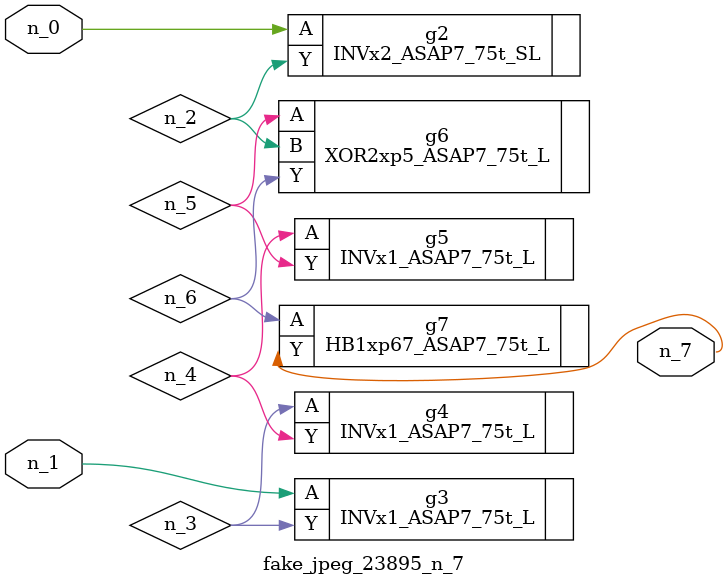
<source format=v>
module fake_jpeg_23895_n_7 (n_0, n_1, n_7);

input n_0;
input n_1;

output n_7;

wire n_3;
wire n_2;
wire n_4;
wire n_6;
wire n_5;

INVx2_ASAP7_75t_SL g2 ( 
.A(n_0),
.Y(n_2)
);

INVx1_ASAP7_75t_L g3 ( 
.A(n_1),
.Y(n_3)
);

INVx1_ASAP7_75t_L g4 ( 
.A(n_3),
.Y(n_4)
);

INVx1_ASAP7_75t_L g5 ( 
.A(n_4),
.Y(n_5)
);

XOR2xp5_ASAP7_75t_L g6 ( 
.A(n_5),
.B(n_2),
.Y(n_6)
);

HB1xp67_ASAP7_75t_L g7 ( 
.A(n_6),
.Y(n_7)
);


endmodule
</source>
